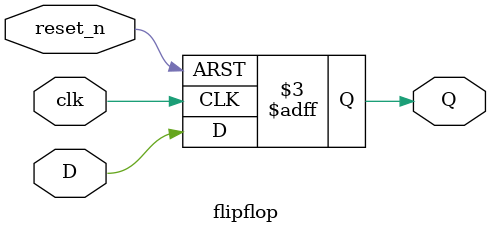
<source format=v>

module morse_decoder(LEDR, SW, KEY, CLOCK_50);
	output [9:0] LEDR;
	input [2:0] SW;
	input [1:0] KEY;
	input CLOCK_50;
	
	wire [27:0] count;
	wire [12:0] Q;
	wire shift;
	reg [12:0] morsecode;
	
	always @(*)
	begin
		case(SW[2:0])
			3'b000: morsecode = 13'b0000000010101;
			3'b001: morsecode = 13'b0000000000111;
			3'b010: morsecode = 13'b0000001110101;
			3'b011: morsecode = 13'b0000111010101;
			3'b100: morsecode = 13'b0000111011101;
			3'b101: morsecode = 13'b0011101010111;
			3'b110: morsecode = 13'b1110111010111;
			3'b111: morsecode = 13'b0010101110111;
		endcase
	end

	Shifter ss(
		.Q(Q),
		.load_val(morsecode),
		.load_n(KEY[1]),
		.shift(shift),
		.clock(CLOCK_50),
		.reset(KEY[0])
	);
	
	RateDivider2 rd(
		.out(count),
		.in(2), //set to 99,999,999 
		.enable(1),
		.clock(CLOCK_50),
		//.par_load(KEY[1]),
		.reset(KEY[0])
	);
	
	assign shift = (count == 1) ? 1 : 0;
	assign LEDR[0] = Q[0];
	
endmodule


module RateDivider2(out, in, enable, clock, reset);
	output reg [27:0] out;
	input [27:0] in;
	input enable;
	input clock;
	//input par_load;
	input reset;
	
	always @(posedge clock, negedge reset)
	begin
		if(reset == 0)
			out <= 0;
//		else if(par_load == 1)
//			out <= in;
		else if(enable == 1)
			begin 
				if(out == 0)
					out <= in;
				else
					out <= out - 1;
			end
	end
	
endmodule


module Shifter(Q, load_val, load_n, shift, clock, reset);
	output [12:0] Q;
	input [12:0] load_val;
	input load_n;
	input shift;
	input clock;
	input reset;
	
	ShifterBit S12(
		.out(Q[12]),
		.in(0),
		.load_val(load_val[12]),
		.shift(shift),
		.load_n(load_n),
		.clk(clock),
		.reset_n(reset)
		);

	ShifterBit S11(
		.out(Q[11]),
		.in(Q[12]),
		.load_val(load_val[11]),
		.shift(shift),
		.load_n(load_n),
		.clk(clock),
		.reset_n(reset)
		);
	
	ShifterBit S10(
		.out(Q[10]),
		.in(Q[11]),
		.load_val(load_val[10]),
		.shift(shift),
		.load_n(load_n),
		.clk(clock),
		.reset_n(reset)
		);

	ShifterBit S9(
		.out(Q[9]),
		.in(Q[10]),
		.load_val(load_val[9]),
		.shift(shift),
		.load_n(load_n),
		.clk(clock),
		.reset_n(reset)
		);

	ShifterBit S8(
		.out(Q[8]),
		.in(Q[9]),
		.load_val(load_val[8]),
		.shift(shift),
		.load_n(load_n),
		.clk(clock),
		.reset_n(reset)
		);
		
	ShifterBit S7(
		.out(Q[7]),
		.in(Q[8]),
		.load_val(load_val[7]),
		.shift(shift),
		.load_n(load_n),
		.clk(clock),
		.reset_n(reset)
		);
	
	ShifterBit S6(
		.out(Q[6]),
		.in(Q[7]),
		.load_val(load_val[6]),
		.shift(shift),
		.load_n(load_n),
		.clk(clock),
		.reset_n(reset)
		);

	ShifterBit S5(
		.out(Q[5]),
		.in(Q[6]),
		.load_val(load_val[5]),
		.shift(shift),
		.load_n(load_n),
		.clk(clock),
		.reset_n(reset)
		);
		
	ShifterBit S4(
		.out(Q[4]),
		.in(Q[5]),
		.load_val(load_val[4]),
		.shift(shift),
		.load_n(load_n),
		.clk(clock),
		.reset_n(reset)
		);
		
	ShifterBit S3(
		.out(Q[3]),
		.in(Q[4]),
		.load_val(load_val[3]),
		.shift(shift),
		.load_n(load_n),
		.clk(clock),
		.reset_n(reset)
		);

	ShifterBit S2(
		.out(Q[2]),
		.in(Q[3]),
		.load_val(load_val[2]),
		.shift(shift),
		.load_n(load_n),
		.clk(clock),
		.reset_n(reset)
		);
		
	ShifterBit S1(
		.out(Q[1]),
		.in(Q[2]),
		.load_val(load_val[1]),
		.shift(shift),
		.load_n(load_n),
		.clk(clock),
		.reset_n(reset)
		);

	ShifterBit S0(
		.out(Q[0]),
		.in(Q[1]),
		.load_val(load_val[0]),
		.shift(shift),
		.load_n(load_n),
		.clk(clock),
		.reset_n(reset)
	);
		
endmodule


module ShifterBit(out, in, load_val, shift, load_n, clk, reset_n);
	output out;
	input in, load_val, shift, load_n, clk, reset_n;
	
	wire shiftmuxout;
	wire load_nmuxout;
	
	assign shiftmuxout = shift & in | ~shift & out;
	assign load_nmuxout = load_n & shiftmuxout | ~load_n & load_val;
	
	flipflop F0(
		.Q(out),
		.D(load_nmuxout),
		.clk(clk),
		.reset_n(reset_n)
	);
endmodule


module flipflop(Q, D, clk, reset_n);
	output reg Q;
	input D, clk, reset_n;
	
	always @(posedge clk, negedge reset_n)
	begin
		if (reset_n == 1'b0)
			Q <= 0;
		else
			Q <= D;
	end
endmodule


</source>
